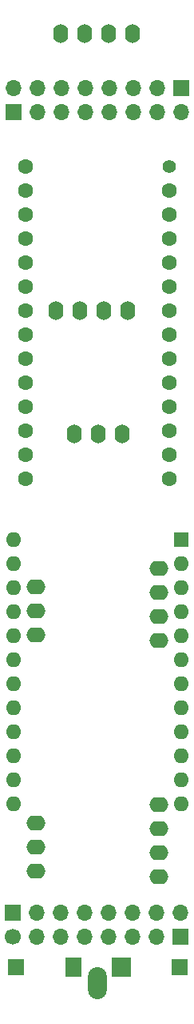
<source format=gbr>
G04 #@! TF.GenerationSoftware,KiCad,Pcbnew,7.0.10*
G04 #@! TF.CreationDate,2024-01-13T16:45:33+01:00*
G04 #@! TF.ProjectId,5hp_controller_oled,3568705f-636f-46e7-9472-6f6c6c65725f,rev?*
G04 #@! TF.SameCoordinates,Original*
G04 #@! TF.FileFunction,Soldermask,Bot*
G04 #@! TF.FilePolarity,Negative*
%FSLAX46Y46*%
G04 Gerber Fmt 4.6, Leading zero omitted, Abs format (unit mm)*
G04 Created by KiCad (PCBNEW 7.0.10) date 2024-01-13 16:45:33*
%MOMM*%
%LPD*%
G01*
G04 APERTURE LIST*
%ADD10R,1.700000X2.000000*%
%ADD11O,1.600000X2.000000*%
%ADD12O,2.000000X1.600000*%
%ADD13R,1.700000X1.700000*%
%ADD14R,2.000000X2.000000*%
%ADD15O,2.000000X3.400000*%
%ADD16R,1.600000X1.600000*%
%ADD17O,1.600000X1.600000*%
%ADD18O,1.700000X1.700000*%
%ADD19C,1.700000*%
%ADD20C,1.600000*%
%ADD21C,1.404000*%
G04 APERTURE END LIST*
D10*
X22425000Y-45212000D03*
D11*
X20600000Y24250000D03*
X27630000Y11250000D03*
X28220000Y24250000D03*
X25090000Y11250000D03*
X23140000Y24250000D03*
X25680000Y24250000D03*
X22550000Y11250000D03*
D12*
X31500000Y-3000000D03*
X18500000Y-10030000D03*
X31500000Y-10620000D03*
X18500000Y-7490000D03*
X31500000Y-5540000D03*
X31500000Y-8080000D03*
X18500000Y-4950000D03*
D13*
X16375000Y-45212000D03*
X33700000Y-45175000D03*
D11*
X21130000Y53500000D03*
X23670000Y53500000D03*
X26210000Y53500000D03*
X28750000Y53500000D03*
D14*
X27515000Y-45212000D03*
D15*
X24975000Y-46912000D03*
D12*
X31500000Y-28000000D03*
X18500000Y-35030000D03*
X31500000Y-35620000D03*
X18500000Y-32490000D03*
X31500000Y-30540000D03*
X31500000Y-33080000D03*
X18500000Y-29950000D03*
D16*
X33870000Y0D03*
D17*
X33870000Y-2540000D03*
X33870000Y-5080000D03*
X33870000Y-7620000D03*
X33870000Y-10160000D03*
X33870000Y-12700000D03*
X33870000Y-15240000D03*
X33870000Y-17780000D03*
X33870000Y-20320000D03*
X33870000Y-22860000D03*
X33870000Y-25400000D03*
X33870000Y-27940000D03*
X16090000Y-27940000D03*
X16090000Y-25400000D03*
X16090000Y-22860000D03*
X16090000Y-20320000D03*
X16090000Y-17780000D03*
X16090000Y-15240000D03*
X16090000Y-12700000D03*
X16090000Y-10160000D03*
X16090000Y-7620000D03*
X16090000Y-5080000D03*
X16090000Y-2540000D03*
X16090000Y0D03*
D13*
X33900000Y47750000D03*
D18*
X33900000Y45210000D03*
X31360000Y47750000D03*
X31360000Y45210000D03*
X28820000Y47750000D03*
X28820000Y45210000D03*
X26280000Y47750000D03*
X26280000Y45210000D03*
X23740000Y47750000D03*
X23740000Y45210000D03*
X21200000Y47750000D03*
X21200000Y45210000D03*
X18660000Y47750000D03*
X18660000Y45210000D03*
X16120000Y47750000D03*
D13*
X16120000Y45210000D03*
D19*
X16000000Y-42000000D03*
D13*
X16000000Y-39460000D03*
D18*
X18540000Y-42000000D03*
X18540000Y-39460000D03*
X21080000Y-42000000D03*
X21080000Y-39460000D03*
X23620000Y-42000000D03*
X23620000Y-39460000D03*
X26160000Y-42000000D03*
X26160000Y-39460000D03*
X28700000Y-42000000D03*
X28700000Y-39460000D03*
X31240000Y-42000000D03*
X31240000Y-39460000D03*
D13*
X33780000Y-42000000D03*
D18*
X33780000Y-39460000D03*
D20*
X17380000Y6490000D03*
X17380000Y9030000D03*
X17380000Y11570000D03*
X17380000Y14110000D03*
X17380000Y16650000D03*
X17380000Y19190000D03*
X17380000Y21730000D03*
X17380000Y24270000D03*
X17380000Y26810000D03*
X17380000Y29350000D03*
X17380000Y31890000D03*
X17380000Y34430000D03*
X17380000Y36970000D03*
X17380000Y39510000D03*
D21*
X32620000Y39510000D03*
D20*
X32620000Y36970000D03*
X32620000Y34430000D03*
X32620000Y31890000D03*
X32620000Y29350000D03*
X32620000Y26810000D03*
X32620000Y24270000D03*
X32620000Y21730000D03*
X32620000Y19190000D03*
X32620000Y16650000D03*
X32620000Y14110000D03*
X32620000Y11570000D03*
X32620000Y9030000D03*
X32620000Y6490000D03*
M02*

</source>
